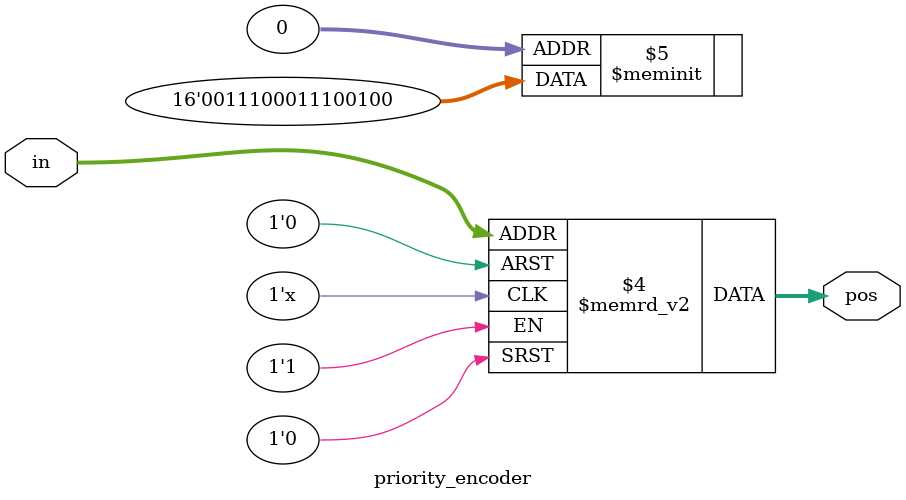
<source format=v>
module priority_encoder( 
input [2:0] in,
output reg [1:0] pos ); 
// When sel=1, assign b to out
always @(*) 
case (in)
3'b000: pos = 2'b00;
3'b001: pos = 2'b01;
3'b010: pos = 2'b10;
3'b011: pos = 2'b11;
3'b100: pos = 2'b00;
3'b101: pos = 2'b10;
3'b110: pos = 2'b11;
3'b111: pos = 2'b00;
default: pos = 2'b00;
endcase
endmodule

</source>
